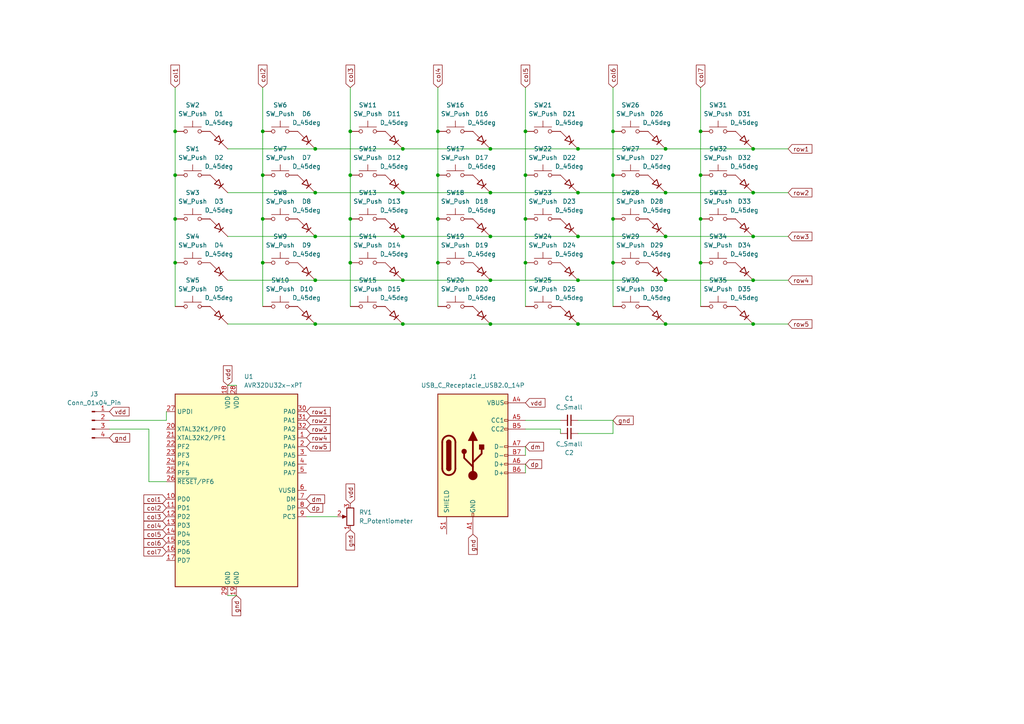
<source format=kicad_sch>
(kicad_sch (version 20231120) (generator "eeschema") (generator_version "8.0")
  (paper "A4")
  (lib_symbols
    (symbol "Connector:Conn_01x04_Pin" (pin_names (offset 1.016) hide)
      (property "Reference" "J" (at 0 5.08 0))
      (property "Value" "Conn_01x04_Pin" (at 0 -7.62 0))
      (symbol "Conn_01x04_Pin_1_1"
        (polyline (pts (xy 1.27 -5.08) (xy 0.8636 -5.08)) (stroke (width 0.1524)))
        (polyline (pts (xy 1.27 -2.54) (xy 0.8636 -2.54)) (stroke (width 0.1524)))
        (polyline (pts (xy 1.27 0) (xy 0.8636 0)) (stroke (width 0.1524)))
        (polyline (pts (xy 1.27 2.54) (xy 0.8636 2.54)) (stroke (width 0.1524)))
        (rectangle (start 0.8636 -4.953) (end 0 -5.207) (stroke (width 0.1524)) (fill (type outline)))
        (rectangle (start 0.8636 -2.413) (end 0 -2.667) (stroke (width 0.1524)) (fill (type outline)))
        (rectangle (start 0.8636 0.127) (end 0 -0.127) (stroke (width 0.1524)) (fill (type outline)))
        (rectangle (start 0.8636 2.667) (end 0 2.413) (stroke (width 0.1524)) (fill (type outline)))
        (pin passive line (at 5.08 2.54 180) (length 3.81) (name "Pin_1") (number "1"))
        (pin passive line (at 5.08 0 180) (length 3.81) (name "Pin_2") (number "2"))
        (pin passive line (at 5.08 -2.54 180) (length 3.81) (name "Pin_3") (number "3"))
        (pin passive line (at 5.08 -5.08 180) (length 3.81) (name "Pin_4") (number "4"))
      )
    )
    (symbol "Connector:USB_C_Receptacle_USB2.0_14P" (pin_names (offset 1.016))
      (property "Reference" "J" (at 0 22.225 0))
      (property "Value" "USB_C_Receptacle_USB2.0_14P" (at 0 19.685 0))
      (symbol "USB_C_Receptacle_USB2.0_14P_0_0"
        (rectangle (start -0.254 -17.78) (end 0.254 -16.764))
        (rectangle (start 10.16 -4.826) (end 9.144 -5.334))
        (rectangle (start 10.16 -2.286) (end 9.144 -2.794))
        (rectangle (start 10.16 0.254) (end 9.144 -0.254))
        (rectangle (start 10.16 2.794) (end 9.144 2.286))
        (rectangle (start 10.16 7.874) (end 9.144 7.366))
        (rectangle (start 10.16 10.414) (end 9.144 9.906))
        (rectangle (start 10.16 15.494) (end 9.144 14.986))
      )
      (symbol "USB_C_Receptacle_USB2.0_14P_0_1"
        (rectangle (start -10.16 17.78) (end 10.16 -17.78) (stroke (width 0.254)) (fill (type background)))
        (arc (start -8.89 -3.81) (mid -6.985 -5.7067) (end -5.08 -3.81) (stroke (width 0.508)))
        (arc (start -7.62 -3.81) (mid -6.985 -4.4423) (end -6.35 -3.81) (stroke (width 0.254)))
        (arc (start -7.62 -3.81) (mid -6.985 -4.4423) (end -6.35 -3.81) (stroke (width 0.254)) (fill (type outline)))
        (rectangle (start -7.62 -3.81) (end -6.35 3.81) (stroke (width 0.254)) (fill (type outline)))
        (arc (start -6.35 3.81) (mid -6.985 4.4423) (end -7.62 3.81) (stroke (width 0.254)))
        (arc (start -6.35 3.81) (mid -6.985 4.4423) (end -7.62 3.81) (stroke (width 0.254)) (fill (type outline)))
        (arc (start -5.08 3.81) (mid -6.985 5.7067) (end -8.89 3.81) (stroke (width 0.508)))
        (circle (center -2.54 1.143) (radius 0.635) (stroke (width 0.254)) (fill (type outline)))
        (circle (center 0 -5.842) (radius 1.27) (fill (type outline)))
        (polyline (pts (xy -8.89 -3.81) (xy -8.89 3.81)) (stroke (width 0.508)))
        (polyline (pts (xy -5.08 3.81) (xy -5.08 -3.81)) (stroke (width 0.508)))
        (polyline (pts (xy 0 -5.842) (xy 0 4.318)) (stroke (width 0.508)))
        (polyline (pts (xy 0 -3.302) (xy -2.54 -0.762) (xy -2.54 0.508)) (stroke (width 0.508)))
        (polyline (pts (xy 0 -2.032) (xy 2.54 0.508) (xy 2.54 1.778)) (stroke (width 0.508)))
        (polyline (pts (xy -1.27 4.318) (xy 0 6.858) (xy 1.27 4.318) (xy -1.27 4.318)) (stroke (width 0.254)) (fill (type outline)))
        (rectangle (start 1.905 1.778) (end 3.175 3.048) (stroke (width 0.254)) (fill (type outline)))
      )
      (symbol "USB_C_Receptacle_USB2.0_14P_1_1"
        (pin passive line (at 0 -22.86 90) (length 5.08) (name "GND") (number "A1"))
        (pin passive line (at 0 -22.86 90) (length 5.08) hide (name "GND") (number "A12"))
        (pin passive line (at 15.24 15.24 180) (length 5.08) (name "VBUS") (number "A4"))
        (pin bidirectional line (at 15.24 10.16 180) (length 5.08) (name "CC1") (number "A5"))
        (pin bidirectional line (at 15.24 -2.54 180) (length 5.08) (name "D+") (number "A6"))
        (pin bidirectional line (at 15.24 2.54 180) (length 5.08) (name "D-") (number "A7"))
        (pin passive line (at 15.24 15.24 180) (length 5.08) hide (name "VBUS") (number "A9"))
        (pin passive line (at 0 -22.86 90) (length 5.08) hide (name "GND") (number "B1"))
        (pin passive line (at 0 -22.86 90) (length 5.08) hide (name "GND") (number "B12"))
        (pin passive line (at 15.24 15.24 180) (length 5.08) hide (name "VBUS") (number "B4"))
        (pin bidirectional line (at 15.24 7.62 180) (length 5.08) (name "CC2") (number "B5"))
        (pin bidirectional line (at 15.24 -5.08 180) (length 5.08) (name "D+") (number "B6"))
        (pin bidirectional line (at 15.24 0 180) (length 5.08) (name "D-") (number "B7"))
        (pin passive line (at 15.24 15.24 180) (length 5.08) hide (name "VBUS") (number "B9"))
        (pin passive line (at -7.62 -22.86 90) (length 5.08) (name "SHIELD") (number "S1"))
      )
    )
    (symbol "Device:C_Small" (pin_numbers hide) (pin_names (offset 0.254) hide)
      (property "Reference" "C" (at 0.254 1.778 0))
      (property "Value" "C_Small" (at 0.254 -2.032 0))
      (symbol "C_Small_0_1"
        (polyline (pts (xy -1.524 -0.508) (xy 1.524 -0.508)) (stroke (width 0.3302)))
        (polyline (pts (xy -1.524 0.508) (xy 1.524 0.508)) (stroke (width 0.3048)))
      )
      (symbol "C_Small_1_1"
        (pin passive line (at 0 2.54 270) (length 2.032) (name "~") (number "1"))
        (pin passive line (at 0 -2.54 90) (length 2.032) (name "~") (number "2"))
      )
    )
    (symbol "Device:D_45deg" (pin_numbers hide) (pin_names (offset 0) hide)
      (property "Reference" "D" (at 1.27 2.54 0))
      (property "Value" "D_45deg" (at 1.27 0 0))
      (symbol "D_45deg_0_1"
        (polyline (pts (xy -0.635 0.635) (xy -2.54 2.54)))
        (polyline (pts (xy 0 -1.27) (xy 1.27 0)) (stroke (width 0.254)))
        (polyline (pts (xy 2.54 -2.54) (xy 0.635 -0.635)))
        (polyline (pts (xy -1.27 0) (xy 0 1.27) (xy 0.635 -0.635) (xy -1.27 0)) (stroke (width 0.254)))
      )
      (symbol "D_45deg_1_1"
        (pin passive line (at 2.54 -2.54 180) (length 0) (name "K") (number "1"))
        (pin passive line (at -2.54 2.54 0) (length 0) (name "A") (number "2"))
      )
    )
    (symbol "Device:R_Potentiometer" (pin_names (offset 1.016) hide)
      (property "Reference" "RV" (at -4.445 0 90))
      (property "Value" "R_Potentiometer" (at -2.54 0 90))
      (symbol "R_Potentiometer_0_1"
        (polyline (pts (xy 2.54 0) (xy 1.524 0)))
        (polyline (pts (xy 1.143 0) (xy 2.286 0.508) (xy 2.286 -0.508) (xy 1.143 0)) (fill (type outline)))
        (rectangle (start 1.016 2.54) (end -1.016 -2.54) (stroke (width 0.254)))
      )
      (symbol "R_Potentiometer_1_1"
        (pin passive line (at 0 3.81 270) (length 1.27) (name "1") (number "1"))
        (pin passive line (at 3.81 0 180) (length 1.27) (name "2") (number "2"))
        (pin passive line (at 0 -3.81 90) (length 1.27) (name "3") (number "3"))
      )
    )
    (symbol "MCU_Microchip_AVR_Dx:AVR32DA32x-xPT"
      (property "Reference" "U1" (at 2.1941 -30.48 0))
      (property "Value" "AVR32DA32x-xPT" (at 2.1941 -33.02 0))
      (symbol "AVR32DA32x-xPT_0_1"
        (rectangle (start -17.78 27.94) (end 17.78 -27.94) (stroke (width 0.254)) (fill (type background)))
      )
      (symbol "AVR32DA32x-xPT_1_1"
        (pin bidirectional line (at 20.32 15.24 180) (length 2.54) (name "PA3") (number "1"))
        (pin bidirectional line (at -20.32 -2.54 0) (length 2.54) (name "PD0") (number "10"))
        (pin bidirectional line (at -20.32 -5.08 0) (length 2.54) (name "PD1") (number "11"))
        (pin bidirectional line (at -20.32 -7.62 0) (length 2.54) (name "PD2") (number "12"))
        (pin bidirectional line (at -20.32 -10.16 0) (length 2.54) (name "PD3") (number "13"))
        (pin bidirectional line (at -20.32 -12.7 0) (length 2.54) (name "PD4") (number "14"))
        (pin bidirectional line (at -20.32 -15.24 0) (length 2.54) (name "PD5") (number "15"))
        (pin bidirectional line (at -20.32 -17.78 0) (length 2.54) (name "PD6") (number "16"))
        (pin bidirectional line (at -20.32 -20.32 0) (length 2.54) (name "PD7") (number "17"))
        (pin power_in line (at -2.54 30.48 270) (length 2.54) (name "VDD") (number "18"))
        (pin power_in line (at 0 -30.48 90) (length 2.54) (name "GND") (number "19"))
        (pin bidirectional line (at 20.32 12.7 180) (length 2.54) (name "PA4") (number "2"))
        (pin bidirectional line (at -20.32 17.78 0) (length 2.54) (name "XTAL32K1/PF0") (number "20"))
        (pin bidirectional line (at -20.32 15.24 0) (length 2.54) (name "XTAL32K2/PF1") (number "21"))
        (pin bidirectional line (at -20.32 12.7 0) (length 2.54) (name "PF2") (number "22"))
        (pin bidirectional line (at -20.32 10.16 0) (length 2.54) (name "PF3") (number "23"))
        (pin bidirectional line (at -20.32 7.62 0) (length 2.54) (name "PF4") (number "24"))
        (pin bidirectional line (at -20.32 5.08 0) (length 2.54) (name "PF5") (number "25"))
        (pin bidirectional line (at -20.32 2.54 0) (length 2.54) (name "~{RESET}/PF6") (number "26"))
        (pin input line (at -20.32 22.86 0) (length 2.54) (name "UPDI") (number "27"))
        (pin power_in line (at 0 30.48 270) (length 2.54) (name "VDD") (number "28"))
        (pin power_in line (at -2.54 -30.48 90) (length 2.54) (name "GND") (number "29"))
        (pin passive line (at 0 -30.48 90) (length 2.54) hide (name "GND") (number "29"))
        (pin bidirectional line (at 20.32 10.16 180) (length 2.54) (name "PA5") (number "3"))
        (pin bidirectional line (at 20.32 22.86 180) (length 2.54) (name "PA0") (number "30"))
        (pin bidirectional line (at 20.32 20.32 180) (length 2.54) (name "PA1") (number "31"))
        (pin bidirectional line (at 20.32 17.78 180) (length 2.54) (name "PA2") (number "32"))
        (pin bidirectional line (at 20.32 7.62 180) (length 2.54) (name "PA6") (number "4"))
        (pin bidirectional line (at 20.32 5.08 180) (length 2.54) (name "PA7") (number "5"))
        (pin bidirectional line (at 20.32 0 180) (length 2.54) (name "VUSB") (number "6"))
        (pin bidirectional line (at 20.32 -2.54 180) (length 2.54) (name "DM") (number "7"))
        (pin bidirectional line (at 20.32 -5.08 180) (length 2.54) (name "DP") (number "8"))
        (pin bidirectional line (at 20.32 -7.62 180) (length 2.54) (name "PC3") (number "9"))
      )
    )
    (symbol "Switch:SW_Push" (pin_numbers hide) (pin_names (offset 1.016) hide)
      (property "Reference" "SW" (at 1.27 2.54 0))
      (property "Value" "SW_Push" (at 0 -1.524 0))
      (symbol "SW_Push_0_1"
        (circle (center -2.032 0) (radius 0.508))
        (polyline (pts (xy 0 1.27) (xy 0 3.048)))
        (polyline (pts (xy 2.54 1.27) (xy -2.54 1.27)))
        (circle (center 2.032 0) (radius 0.508))
        (pin passive line (at -5.08 0 0) (length 2.54) (name "1") (number "1"))
        (pin passive line (at 5.08 0 180) (length 2.54) (name "2") (number "2"))
      )
    )
  )
  (junction (at 203.2 76.2))
  (junction (at 127 38.1))
  (junction (at 218.44 93.98))
  (junction (at 167.64 93.98))
  (junction (at 127 76.2))
  (junction (at 76.2 76.2))
  (junction (at 101.6 38.1))
  (junction (at 116.84 43.18))
  (junction (at 152.4 50.8))
  (junction (at 116.84 55.88))
  (junction (at 218.44 68.58))
  (junction (at 76.2 50.8))
  (junction (at 177.8 63.5))
  (junction (at 116.84 93.98))
  (junction (at 127 63.5))
  (junction (at 177.8 50.8))
  (junction (at 50.8 50.8))
  (junction (at 218.44 81.28))
  (junction (at 116.84 68.58))
  (junction (at 152.4 76.2))
  (junction (at 167.64 55.88))
  (junction (at 152.4 38.1))
  (junction (at 218.44 55.88))
  (junction (at 203.2 63.5))
  (junction (at 193.04 93.98))
  (junction (at 177.8 76.2))
  (junction (at 203.2 50.8))
  (junction (at 167.64 68.58))
  (junction (at 91.44 81.28))
  (junction (at 203.2 38.1))
  (junction (at 50.8 38.1))
  (junction (at 76.2 38.1))
  (junction (at 101.6 76.2))
  (junction (at 127 50.8))
  (junction (at 91.44 55.88))
  (junction (at 91.44 68.58))
  (junction (at 193.04 43.18))
  (junction (at 193.04 68.58))
  (junction (at 101.6 63.5))
  (junction (at 142.24 93.98))
  (junction (at 193.04 55.88))
  (junction (at 142.24 68.58))
  (junction (at 218.44 43.18))
  (junction (at 167.64 81.28))
  (junction (at 177.8 38.1))
  (junction (at 76.2 63.5))
  (junction (at 101.6 50.8))
  (junction (at 91.44 93.98))
  (junction (at 142.24 81.28))
  (junction (at 91.44 43.18))
  (junction (at 50.8 63.5))
  (junction (at 116.84 81.28))
  (junction (at 142.24 55.88))
  (junction (at 50.8 76.2))
  (junction (at 193.04 81.28))
  (junction (at 167.64 43.18))
  (junction (at 152.4 63.5))
  (junction (at 142.24 43.18))
  (wire (pts (xy 218.44 81.28) (xy 228.6 81.28)))
  (wire (pts (xy 66.04 55.88) (xy 91.44 55.88)))
  (wire (pts (xy 116.84 93.98) (xy 142.24 93.98)))
  (wire (pts (xy 127 50.8) (xy 127 63.5)))
  (wire (pts (xy 50.8 76.2) (xy 50.8 88.9)))
  (wire (pts (xy 127 38.1) (xy 127 50.8)))
  (wire (pts (xy 142.24 43.18) (xy 167.64 43.18)))
  (wire (pts (xy 203.2 50.8) (xy 203.2 63.5)))
  (wire (pts (xy 193.04 81.28) (xy 218.44 81.28)))
  (wire (pts (xy 127 25.4) (xy 127 38.1)))
  (wire (pts (xy 142.24 93.98) (xy 167.64 93.98)))
  (wire (pts (xy 48.26 139.7) (xy 43.18 139.7)))
  (wire (pts (xy 101.6 63.5) (xy 101.6 76.2)))
  (wire (pts (xy 116.84 81.28) (xy 142.24 81.28)))
  (wire (pts (xy 48.26 121.92) (xy 31.75 121.92)))
  (wire (pts (xy 48.26 119.38) (xy 48.26 121.92)))
  (wire (pts (xy 152.4 50.8) (xy 152.4 63.5)))
  (wire (pts (xy 177.8 76.2) (xy 177.8 88.9)))
  (wire (pts (xy 177.8 38.1) (xy 177.8 50.8)))
  (wire (pts (xy 203.2 38.1) (xy 203.2 50.8)))
  (wire (pts (xy 116.84 55.88) (xy 142.24 55.88)))
  (wire (pts (xy 193.04 55.88) (xy 218.44 55.88)))
  (wire (pts (xy 203.2 76.2) (xy 203.2 88.9)))
  (wire (pts (xy 167.64 55.88) (xy 193.04 55.88)))
  (wire (pts (xy 152.4 121.92) (xy 162.56 121.92)))
  (wire (pts (xy 66.04 43.18) (xy 91.44 43.18)))
  (wire (pts (xy 50.8 50.8) (xy 50.8 63.5)))
  (wire (pts (xy 101.6 76.2) (xy 101.6 88.9)))
  (wire (pts (xy 167.64 93.98) (xy 193.04 93.98)))
  (wire (pts (xy 91.44 68.58) (xy 116.84 68.58)))
  (wire (pts (xy 142.24 68.58) (xy 167.64 68.58)))
  (wire (pts (xy 218.44 93.98) (xy 228.6 93.98)))
  (wire (pts (xy 203.2 25.4) (xy 203.2 38.1)))
  (wire (pts (xy 167.64 81.28) (xy 193.04 81.28)))
  (wire (pts (xy 177.8 63.5) (xy 177.8 76.2)))
  (wire (pts (xy 177.8 121.92) (xy 177.8 125.73)))
  (wire (pts (xy 152.4 76.2) (xy 152.4 88.9)))
  (wire (pts (xy 167.64 43.18) (xy 193.04 43.18)))
  (wire (pts (xy 50.8 38.1) (xy 50.8 50.8)))
  (wire (pts (xy 91.44 93.98) (xy 116.84 93.98)))
  (wire (pts (xy 127 76.2) (xy 127 88.9)))
  (wire (pts (xy 91.44 55.88) (xy 116.84 55.88)))
  (wire (pts (xy 66.04 68.58) (xy 91.44 68.58)))
  (wire (pts (xy 203.2 63.5) (xy 203.2 76.2)))
  (wire (pts (xy 193.04 68.58) (xy 218.44 68.58)))
  (wire (pts (xy 116.84 68.58) (xy 142.24 68.58)))
  (wire (pts (xy 152.4 25.4) (xy 152.4 38.1)))
  (wire (pts (xy 193.04 93.98) (xy 218.44 93.98)))
  (wire (pts (xy 50.8 63.5) (xy 50.8 76.2)))
  (wire (pts (xy 91.44 43.18) (xy 116.84 43.18)))
  (wire (pts (xy 177.8 25.4) (xy 177.8 38.1)))
  (wire (pts (xy 218.44 55.88) (xy 228.6 55.88)))
  (wire (pts (xy 101.6 25.4) (xy 101.6 38.1)))
  (wire (pts (xy 193.04 43.18) (xy 218.44 43.18)))
  (wire (pts (xy 162.56 124.46) (xy 162.56 125.73)))
  (wire (pts (xy 88.9 149.86) (xy 97.79 149.86)))
  (wire (pts (xy 218.44 43.18) (xy 228.6 43.18)))
  (wire (pts (xy 91.44 81.28) (xy 116.84 81.28)))
  (wire (pts (xy 142.24 81.28) (xy 167.64 81.28)))
  (wire (pts (xy 101.6 38.1) (xy 101.6 50.8)))
  (wire (pts (xy 152.4 38.1) (xy 152.4 50.8)))
  (wire (pts (xy 152.4 63.5) (xy 152.4 76.2)))
  (wire (pts (xy 66.04 111.76) (xy 68.58 111.76)))
  (wire (pts (xy 101.6 50.8) (xy 101.6 63.5)))
  (wire (pts (xy 218.44 68.58) (xy 228.6 68.58)))
  (wire (pts (xy 76.2 63.5) (xy 76.2 76.2)))
  (wire (pts (xy 43.18 124.46) (xy 31.75 124.46)))
  (wire (pts (xy 76.2 25.4) (xy 76.2 38.1)))
  (wire (pts (xy 152.4 134.62) (xy 152.4 137.16)))
  (wire (pts (xy 76.2 38.1) (xy 76.2 50.8)))
  (wire (pts (xy 43.18 139.7) (xy 43.18 124.46)))
  (wire (pts (xy 50.8 25.4) (xy 50.8 38.1)))
  (wire (pts (xy 167.64 121.92) (xy 177.8 121.92)))
  (wire (pts (xy 66.04 172.72) (xy 68.58 172.72)))
  (wire (pts (xy 76.2 50.8) (xy 76.2 63.5)))
  (wire (pts (xy 152.4 129.54) (xy 152.4 132.08)))
  (wire (pts (xy 142.24 55.88) (xy 167.64 55.88)))
  (wire (pts (xy 152.4 124.46) (xy 162.56 124.46)))
  (wire (pts (xy 127 63.5) (xy 127 76.2)))
  (wire (pts (xy 66.04 93.98) (xy 91.44 93.98)))
  (wire (pts (xy 76.2 76.2) (xy 76.2 88.9)))
  (wire (pts (xy 167.64 68.58) (xy 193.04 68.58)))
  (wire (pts (xy 177.8 50.8) (xy 177.8 63.5)))
  (wire (pts (xy 66.04 81.28) (xy 91.44 81.28)))
  (wire (pts (xy 116.84 43.18) (xy 142.24 43.18)))
  (wire (pts (xy 167.64 125.73) (xy 177.8 125.73)))
  (global_label "col1" (shape input) (at 48.26 144.78 180) (property "Intersheetrefs" "${INTERSHEET_REFS}" (effects (hide yes))))
  (global_label "row4" (shape input) (at 88.9 127 0) (property "Intersheetrefs" "${INTERSHEET_REFS}" (effects (hide yes))))
  (global_label "vdd" (shape input) (at 152.4 116.84 0) (property "Intersheetrefs" "${INTERSHEET_REFS}" (effects (hide yes))))
  (global_label "col7" (shape input) (at 48.26 160.02 180) (property "Intersheetrefs" "${INTERSHEET_REFS}" (effects (hide yes))))
  (global_label "col4" (shape input) (at 127 25.4 90) (property "Intersheetrefs" "${INTERSHEET_REFS}" (effects (hide yes))))
  (global_label "col4" (shape input) (at 48.26 152.4 180) (property "Intersheetrefs" "${INTERSHEET_REFS}" (effects (hide yes))))
  (global_label "row5" (shape input) (at 88.9 129.54 0) (property "Intersheetrefs" "${INTERSHEET_REFS}" (effects (hide yes))))
  (global_label "row2" (shape input) (at 228.6 55.88 0) (property "Intersheetrefs" "${INTERSHEET_REFS}" (effects (hide yes))))
  (global_label "col5" (shape input) (at 152.4 25.4 90) (property "Intersheetrefs" "${INTERSHEET_REFS}" (effects (hide yes))))
  (global_label "row4" (shape input) (at 228.6 81.28 0) (property "Intersheetrefs" "${INTERSHEET_REFS}" (effects (hide yes))))
  (global_label "col2" (shape input) (at 76.2 25.4 90) (property "Intersheetrefs" "${INTERSHEET_REFS}" (effects (hide yes))))
  (global_label "dp" (shape input) (at 88.9 147.32 0) (property "Intersheetrefs" "${INTERSHEET_REFS}" (effects (hide yes))))
  (global_label "gnd" (shape input) (at 177.8 121.92 0) (property "Intersheetrefs" "${INTERSHEET_REFS}" (effects (hide yes))))
  (global_label "dp" (shape input) (at 152.4 134.62 0) (property "Intersheetrefs" "${INTERSHEET_REFS}" (effects (hide yes))))
  (global_label "vdd" (shape input) (at 31.75 119.38 0) (property "Intersheetrefs" "${INTERSHEET_REFS}" (effects (hide yes))))
  (global_label "col1" (shape input) (at 50.8 25.4 90) (property "Intersheetrefs" "${INTERSHEET_REFS}" (effects (hide yes))))
  (global_label "dm" (shape input) (at 152.4 129.54 0) (property "Intersheetrefs" "${INTERSHEET_REFS}" (effects (hide yes))))
  (global_label "row3" (shape input) (at 228.6 68.58 0) (property "Intersheetrefs" "${INTERSHEET_REFS}" (effects (hide yes))))
  (global_label "col6" (shape input) (at 177.8 25.4 90) (property "Intersheetrefs" "${INTERSHEET_REFS}" (effects (hide yes))))
  (global_label "gnd" (shape input) (at 31.75 127 0) (property "Intersheetrefs" "${INTERSHEET_REFS}" (effects (hide yes))))
  (global_label "row1" (shape input) (at 88.9 119.38 0) (property "Intersheetrefs" "${INTERSHEET_REFS}" (effects (hide yes))))
  (global_label "row3" (shape input) (at 88.9 124.46 0) (property "Intersheetrefs" "${INTERSHEET_REFS}" (effects (hide yes))))
  (global_label "col3" (shape input) (at 101.6 25.4 90) (property "Intersheetrefs" "${INTERSHEET_REFS}" (effects (hide yes))))
  (global_label "col2" (shape input) (at 48.26 147.32 180) (property "Intersheetrefs" "${INTERSHEET_REFS}" (effects (hide yes))))
  (global_label "gnd" (shape input) (at 101.6 153.67 270) (property "Intersheetrefs" "${INTERSHEET_REFS}" (effects (hide yes))))
  (global_label "row5" (shape input) (at 228.6 93.98 0) (property "Intersheetrefs" "${INTERSHEET_REFS}" (effects (hide yes))))
  (global_label "col7" (shape input) (at 203.2 25.4 90) (property "Intersheetrefs" "${INTERSHEET_REFS}" (effects (hide yes))))
  (global_label "vdd" (shape input) (at 101.6 146.05 90) (property "Intersheetrefs" "${INTERSHEET_REFS}" (effects (hide yes))))
  (global_label "row1" (shape input) (at 228.6 43.18 0) (property "Intersheetrefs" "${INTERSHEET_REFS}" (effects (hide yes))))
  (global_label "col3" (shape input) (at 48.26 149.86 180) (property "Intersheetrefs" "${INTERSHEET_REFS}" (effects (hide yes))))
  (global_label "col5" (shape input) (at 48.26 154.94 180) (property "Intersheetrefs" "${INTERSHEET_REFS}" (effects (hide yes))))
  (global_label "col6" (shape input) (at 48.26 157.48 180) (property "Intersheetrefs" "${INTERSHEET_REFS}" (effects (hide yes))))
  (global_label "row2" (shape input) (at 88.9 121.92 0) (property "Intersheetrefs" "${INTERSHEET_REFS}" (effects (hide yes))))
  (global_label "gnd" (shape input) (at 68.58 172.72 270) (property "Intersheetrefs" "${INTERSHEET_REFS}" (effects (hide yes))))
  (global_label "gnd" (shape input) (at 137.16 154.94 270) (property "Intersheetrefs" "${INTERSHEET_REFS}" (effects (hide yes))))
  (global_label "vdd" (shape input) (at 66.04 111.76 90) (property "Intersheetrefs" "${INTERSHEET_REFS}" (effects (hide yes))))
  (global_label "dm" (shape input) (at 88.9 144.78 0) (property "Intersheetrefs" "${INTERSHEET_REFS}" (effects (hide yes))))
  (symbol (lib_id "Switch:SW_Push") (at 132.08 38.1 0) (unit 1)
    (property "Reference" "SW16" (at 132.08 30.48 0))
    (property "Value" "SW_Push" (at 132.08 33.02 0))
    (property "Footprint" "Button_Switch_Keyboard:SW_Cherry_MX_1.00u_PCB" (effects (hide yes)))
    (property "Description" "Push button switch, generic, two pins" (effects (hide yes)))
  )
  (symbol (lib_id "Device:D_45deg") (at 165.1 78.74 0) (unit 1)
    (property "Reference" "D24" (at 165.1 71.12 0))
    (property "Value" "D_45deg" (at 165.1 73.66 0))
    (property "Footprint" "Diode_SMD:D_SMB" (effects (hide yes)))
    (property "Description" "Diode, rotated by 45°" (effects (hide yes)))
    (property "Sim.Device" "D" (effects (hide yes)))
    (property "Sim.Pins" "1=K 2=A" (effects (hide yes)))
  )
  (symbol (lib_id "Switch:SW_Push") (at 132.08 63.5 0) (unit 1)
    (property "Reference" "SW18" (at 132.08 55.88 0))
    (property "Value" "SW_Push" (at 132.08 58.42 0))
    (property "Footprint" "Button_Switch_Keyboard:SW_Cherry_MX_1.00u_PCB" (effects (hide yes)))
    (property "Description" "Push button switch, generic, two pins" (effects (hide yes)))
  )
  (symbol (lib_id "Device:D_45deg") (at 88.9 53.34 0) (unit 1)
    (property "Reference" "D7" (at 88.9 45.72 0))
    (property "Value" "D_45deg" (at 88.9 48.26 0))
    (property "Footprint" "Diode_SMD:D_SMB" (effects (hide yes)))
    (property "Description" "Diode, rotated by 45°" (effects (hide yes)))
    (property "Sim.Device" "D" (effects (hide yes)))
    (property "Sim.Pins" "1=K 2=A" (effects (hide yes)))
  )
  (symbol (lib_id "Device:D_45deg") (at 63.5 53.34 0) (unit 1)
    (property "Reference" "D2" (at 63.5 45.72 0))
    (property "Value" "D_45deg" (at 63.5 48.26 0))
    (property "Footprint" "Diode_SMD:D_SMB" (effects (hide yes)))
    (property "Description" "Diode, rotated by 45°" (effects (hide yes)))
    (property "Sim.Device" "D" (effects (hide yes)))
    (property "Sim.Pins" "1=K 2=A" (effects (hide yes)))
  )
  (symbol (lib_id "Device:D_45deg") (at 165.1 40.64 0) (unit 1)
    (property "Reference" "D21" (at 165.1 33.02 0))
    (property "Value" "D_45deg" (at 165.1 35.56 0))
    (property "Footprint" "Diode_SMD:D_SMB" (effects (hide yes)))
    (property "Description" "Diode, rotated by 45°" (effects (hide yes)))
    (property "Sim.Device" "D" (effects (hide yes)))
    (property "Sim.Pins" "1=K 2=A" (effects (hide yes)))
  )
  (symbol (lib_id "Device:D_45deg") (at 190.5 78.74 0) (unit 1)
    (property "Reference" "D29" (at 190.5 71.12 0))
    (property "Value" "D_45deg" (at 190.5 73.66 0))
    (property "Footprint" "Diode_SMD:D_SMB" (effects (hide yes)))
    (property "Description" "Diode, rotated by 45°" (effects (hide yes)))
    (property "Sim.Device" "D" (effects (hide yes)))
    (property "Sim.Pins" "1=K 2=A" (effects (hide yes)))
  )
  (symbol (lib_id "Switch:SW_Push") (at 182.88 50.8 0) (unit 1)
    (property "Reference" "SW27" (at 182.88 43.18 0))
    (property "Value" "SW_Push" (at 182.88 45.72 0))
    (property "Footprint" "Button_Switch_Keyboard:SW_Cherry_MX_1.00u_PCB" (effects (hide yes)))
    (property "Description" "Push button switch, generic, two pins" (effects (hide yes)))
  )
  (symbol (lib_id "Switch:SW_Push") (at 208.28 88.9 0) (unit 1)
    (property "Reference" "SW35" (at 208.28 81.28 0))
    (property "Value" "SW_Push" (at 208.28 83.82 0))
    (property "Footprint" "Button_Switch_Keyboard:SW_Cherry_MX_1.00u_PCB" (effects (hide yes)))
    (property "Description" "Push button switch, generic, two pins" (effects (hide yes)))
  )
  (symbol (lib_id "Device:D_45deg") (at 190.5 91.44 0) (unit 1)
    (property "Reference" "D30" (at 190.5 83.82 0))
    (property "Value" "D_45deg" (at 190.5 86.36 0))
    (property "Footprint" "Diode_SMD:D_SMB" (effects (hide yes)))
    (property "Description" "Diode, rotated by 45°" (effects (hide yes)))
    (property "Sim.Device" "D" (effects (hide yes)))
    (property "Sim.Pins" "1=K 2=A" (effects (hide yes)))
  )
  (symbol (lib_id "Switch:SW_Push") (at 208.28 76.2 0) (unit 1)
    (property "Reference" "SW34" (at 208.28 68.58 0))
    (property "Value" "SW_Push" (at 208.28 71.12 0))
    (property "Footprint" "Button_Switch_Keyboard:SW_Cherry_MX_1.00u_PCB" (effects (hide yes)))
    (property "Description" "Push button switch, generic, two pins" (effects (hide yes)))
  )
  (symbol (lib_id "Switch:SW_Push") (at 81.28 50.8 0) (unit 1)
    (property "Reference" "SW7" (at 81.28 43.18 0))
    (property "Value" "SW_Push" (at 81.28 45.72 0))
    (property "Footprint" "Button_Switch_Keyboard:SW_Cherry_MX_1.00u_PCB" (effects (hide yes)))
    (property "Description" "Push button switch, generic, two pins" (effects (hide yes)))
  )
  (symbol (lib_id "Switch:SW_Push") (at 157.48 38.1 0) (unit 1)
    (property "Reference" "SW21" (at 157.48 30.48 0))
    (property "Value" "SW_Push" (at 157.48 33.02 0))
    (property "Footprint" "Button_Switch_Keyboard:SW_Cherry_MX_1.00u_PCB" (effects (hide yes)))
    (property "Description" "Push button switch, generic, two pins" (effects (hide yes)))
  )
  (symbol (lib_id "Device:D_45deg") (at 139.7 53.34 0) (unit 1)
    (property "Reference" "D17" (at 139.7 45.72 0))
    (property "Value" "D_45deg" (at 139.7 48.26 0))
    (property "Footprint" "Diode_SMD:D_SMB" (effects (hide yes)))
    (property "Description" "Diode, rotated by 45°" (effects (hide yes)))
    (property "Sim.Device" "D" (effects (hide yes)))
    (property "Sim.Pins" "1=K 2=A" (effects (hide yes)))
  )
  (symbol (lib_id "Device:D_45deg") (at 63.5 40.64 0) (unit 1)
    (property "Reference" "D1" (at 63.5 33.02 0))
    (property "Value" "D_45deg" (at 63.5 35.56 0))
    (property "Footprint" "Diode_SMD:D_SMB" (effects (hide yes)))
    (property "Description" "Diode, rotated by 45°" (effects (hide yes)))
    (property "Sim.Device" "D" (effects (hide yes)))
    (property "Sim.Pins" "1=K 2=A" (effects (hide yes)))
  )
  (symbol (lib_id "Device:D_45deg") (at 190.5 53.34 0) (unit 1)
    (property "Reference" "D27" (at 190.5 45.72 0))
    (property "Value" "D_45deg" (at 190.5 48.26 0))
    (property "Footprint" "Diode_SMD:D_SMB" (effects (hide yes)))
    (property "Description" "Diode, rotated by 45°" (effects (hide yes)))
    (property "Sim.Device" "D" (effects (hide yes)))
    (property "Sim.Pins" "1=K 2=A" (effects (hide yes)))
  )
  (symbol (lib_id "Device:D_45deg") (at 63.5 78.74 0) (unit 1)
    (property "Reference" "D4" (at 63.5 71.12 0))
    (property "Value" "D_45deg" (at 63.5 73.66 0))
    (property "Footprint" "Diode_SMD:D_SMB" (effects (hide yes)))
    (property "Description" "Diode, rotated by 45°" (effects (hide yes)))
    (property "Sim.Device" "D" (effects (hide yes)))
    (property "Sim.Pins" "1=K 2=A" (effects (hide yes)))
  )
  (symbol (lib_id "Switch:SW_Push") (at 81.28 76.2 0) (unit 1)
    (property "Reference" "SW9" (at 81.28 68.58 0))
    (property "Value" "SW_Push" (at 81.28 71.12 0))
    (property "Footprint" "Button_Switch_Keyboard:SW_Cherry_MX_1.00u_PCB" (effects (hide yes)))
    (property "Description" "Push button switch, generic, two pins" (effects (hide yes)))
  )
  (symbol (lib_id "Switch:SW_Push") (at 208.28 38.1 0) (unit 1)
    (property "Reference" "SW31" (at 208.28 30.48 0))
    (property "Value" "SW_Push" (at 208.28 33.02 0))
    (property "Footprint" "Button_Switch_Keyboard:SW_Cherry_MX_1.00u_PCB" (effects (hide yes)))
    (property "Description" "Push button switch, generic, two pins" (effects (hide yes)))
  )
  (symbol (lib_id "Switch:SW_Push") (at 55.88 88.9 0) (unit 1)
    (property "Reference" "SW5" (at 55.88 81.28 0))
    (property "Value" "SW_Push" (at 55.88 83.82 0))
    (property "Footprint" "Button_Switch_Keyboard:SW_Cherry_MX_1.00u_PCB" (effects (hide yes)))
    (property "Description" "Push button switch, generic, two pins" (effects (hide yes)))
  )
  (symbol (lib_id "Switch:SW_Push") (at 182.88 63.5 0) (unit 1)
    (property "Reference" "SW28" (at 182.88 55.88 0))
    (property "Value" "SW_Push" (at 182.88 58.42 0))
    (property "Footprint" "Button_Switch_Keyboard:SW_Cherry_MX_1.00u_PCB" (effects (hide yes)))
    (property "Description" "Push button switch, generic, two pins" (effects (hide yes)))
  )
  (symbol (lib_id "Switch:SW_Push") (at 106.68 88.9 0) (unit 1)
    (property "Reference" "SW15" (at 106.68 81.28 0))
    (property "Value" "SW_Push" (at 106.68 83.82 0))
    (property "Footprint" "Button_Switch_Keyboard:SW_Cherry_MX_1.00u_PCB" (effects (hide yes)))
    (property "Description" "Push button switch, generic, two pins" (effects (hide yes)))
  )
  (symbol (lib_id "Connector:Conn_01x04_Pin") (at 26.67 121.92 0) (unit 1)
    (property "Reference" "J3" (at 27.305 114.3 0))
    (property "Value" "Conn_01x04_Pin" (at 27.305 116.84 0))
    (property "Description" "Generic connector, single row, 01x04, script generated" (effects (hide yes)))
  )
  (symbol (lib_id "Switch:SW_Push") (at 208.28 50.8 0) (unit 1)
    (property "Reference" "SW32" (at 208.28 43.18 0))
    (property "Value" "SW_Push" (at 208.28 45.72 0))
    (property "Footprint" "Button_Switch_Keyboard:SW_Cherry_MX_1.00u_PCB" (effects (hide yes)))
    (property "Description" "Push button switch, generic, two pins" (effects (hide yes)))
  )
  (symbol (lib_id "Device:D_45deg") (at 215.9 40.64 0) (unit 1)
    (property "Reference" "D31" (at 215.9 33.02 0))
    (property "Value" "D_45deg" (at 215.9 35.56 0))
    (property "Footprint" "Diode_SMD:D_SMB" (effects (hide yes)))
    (property "Description" "Diode, rotated by 45°" (effects (hide yes)))
    (property "Sim.Device" "D" (effects (hide yes)))
    (property "Sim.Pins" "1=K 2=A" (effects (hide yes)))
  )
  (symbol (lib_id "Switch:SW_Push") (at 182.88 76.2 0) (unit 1)
    (property "Reference" "SW29" (at 182.88 68.58 0))
    (property "Value" "SW_Push" (at 182.88 71.12 0))
    (property "Footprint" "Button_Switch_Keyboard:SW_Cherry_MX_1.00u_PCB" (effects (hide yes)))
    (property "Description" "Push button switch, generic, two pins" (effects (hide yes)))
  )
  (symbol (lib_id "Device:D_45deg") (at 165.1 66.04 0) (unit 1)
    (property "Reference" "D23" (at 165.1 58.42 0))
    (property "Value" "D_45deg" (at 165.1 60.96 0))
    (property "Footprint" "Diode_SMD:D_SMB" (effects (hide yes)))
    (property "Description" "Diode, rotated by 45°" (effects (hide yes)))
    (property "Sim.Device" "D" (effects (hide yes)))
    (property "Sim.Pins" "1=K 2=A" (effects (hide yes)))
  )
  (symbol (lib_id "Device:D_45deg") (at 139.7 66.04 0) (unit 1)
    (property "Reference" "D18" (at 139.7 58.42 0))
    (property "Value" "D_45deg" (at 139.7 60.96 0))
    (property "Footprint" "Diode_SMD:D_SMB" (effects (hide yes)))
    (property "Description" "Diode, rotated by 45°" (effects (hide yes)))
    (property "Sim.Device" "D" (effects (hide yes)))
    (property "Sim.Pins" "1=K 2=A" (effects (hide yes)))
  )
  (symbol (lib_id "Connector:USB_C_Receptacle_USB2.0_14P") (at 137.16 132.08 0) (unit 1)
    (property "Reference" "J1" (at 137.16 109.22 0))
    (property "Value" "USB_C_Receptacle_USB2.0_14P" (at 137.16 111.76 0))
    (property "Datasheet" "https://www.usb.org/sites/default/files/documents/usb_type-c.zip" (effects (hide yes)))
    (property "Description" "USB 2.0-only 14P Type-C Receptacle connector" (effects (hide yes)))
  )
  (symbol (lib_id "Device:D_45deg") (at 114.3 78.74 0) (unit 1)
    (property "Reference" "D14" (at 114.3 71.12 0))
    (property "Value" "D_45deg" (at 114.3 73.66 0))
    (property "Footprint" "Diode_SMD:D_SMB" (effects (hide yes)))
    (property "Description" "Diode, rotated by 45°" (effects (hide yes)))
    (property "Sim.Device" "D" (effects (hide yes)))
    (property "Sim.Pins" "1=K 2=A" (effects (hide yes)))
  )
  (symbol (lib_id "Switch:SW_Push") (at 132.08 88.9 0) (unit 1)
    (property "Reference" "SW20" (at 132.08 81.28 0))
    (property "Value" "SW_Push" (at 132.08 83.82 0))
    (property "Footprint" "Button_Switch_Keyboard:SW_Cherry_MX_1.00u_PCB" (effects (hide yes)))
    (property "Description" "Push button switch, generic, two pins" (effects (hide yes)))
  )
  (symbol (lib_id "Switch:SW_Push") (at 157.48 50.8 0) (unit 1)
    (property "Reference" "SW22" (at 157.48 43.18 0))
    (property "Value" "SW_Push" (at 157.48 45.72 0))
    (property "Footprint" "Button_Switch_Keyboard:SW_Cherry_MX_1.00u_PCB" (effects (hide yes)))
    (property "Description" "Push button switch, generic, two pins" (effects (hide yes)))
  )
  (symbol (lib_id "Switch:SW_Push") (at 55.88 76.2 0) (unit 1)
    (property "Reference" "SW4" (at 55.88 68.58 0))
    (property "Value" "SW_Push" (at 55.88 71.12 0))
    (property "Footprint" "Button_Switch_Keyboard:SW_Cherry_MX_1.00u_PCB" (effects (hide yes)))
    (property "Description" "Push button switch, generic, two pins" (effects (hide yes)))
  )
  (symbol (lib_id "Device:D_45deg") (at 88.9 40.64 0) (unit 1)
    (property "Reference" "D6" (at 88.9 33.02 0))
    (property "Value" "D_45deg" (at 88.9 35.56 0))
    (property "Footprint" "Diode_SMD:D_SMB" (effects (hide yes)))
    (property "Description" "Diode, rotated by 45°" (effects (hide yes)))
    (property "Sim.Device" "D" (effects (hide yes)))
    (property "Sim.Pins" "1=K 2=A" (effects (hide yes)))
  )
  (symbol (lib_id "Device:D_45deg") (at 63.5 91.44 0) (unit 1)
    (property "Reference" "D5" (at 63.5 83.82 0))
    (property "Value" "D_45deg" (at 63.5 86.36 0))
    (property "Footprint" "Diode_SMD:D_SMB" (effects (hide yes)))
    (property "Description" "Diode, rotated by 45°" (effects (hide yes)))
    (property "Sim.Device" "D" (effects (hide yes)))
    (property "Sim.Pins" "1=K 2=A" (effects (hide yes)))
  )
  (symbol (lib_id "Device:D_45deg") (at 165.1 53.34 0) (unit 1)
    (property "Reference" "D22" (at 165.1 45.72 0))
    (property "Value" "D_45deg" (at 165.1 48.26 0))
    (property "Footprint" "Diode_SMD:D_SMB" (effects (hide yes)))
    (property "Description" "Diode, rotated by 45°" (effects (hide yes)))
    (property "Sim.Device" "D" (effects (hide yes)))
    (property "Sim.Pins" "1=K 2=A" (effects (hide yes)))
  )
  (symbol (lib_id "MCU_Microchip_AVR_Dx:AVR32DA32x-xPT") (at 68.58 142.24 0) (unit 1)
    (property "Reference" "U1" (at 70.7741 109.22 0) (effects (justify left)))
    (property "Value" "AVR32DU32x-xPT" (at 70.7741 111.76 0) (effects (justify left)))
    (property "Footprint" "Package_QFP:TQFP-32_7x7mm_P0.8mm" (effects (hide yes)))
    (property "Datasheet" "https://ww1.microchip.com/downloads/en/DeviceDoc/AVR32DA28-32-48-Data-Sheet-40002228B.pdf" (effects (hide yes)))
    (property "Description" "24MHz, 32kB Flash, 4kB SRAM, EEPROM with Touch Sensing, TQFP-32" (effects (hide yes)))
  )
  (symbol (lib_id "Device:D_45deg") (at 165.1 91.44 0) (unit 1)
    (property "Reference" "D25" (at 165.1 83.82 0))
    (property "Value" "D_45deg" (at 165.1 86.36 0))
    (property "Footprint" "Diode_SMD:D_SMB" (effects (hide yes)))
    (property "Description" "Diode, rotated by 45°" (effects (hide yes)))
    (property "Sim.Device" "D" (effects (hide yes)))
    (property "Sim.Pins" "1=K 2=A" (effects (hide yes)))
  )
  (symbol (lib_id "Switch:SW_Push") (at 81.28 88.9 0) (unit 1)
    (property "Reference" "SW10" (at 81.28 81.28 0))
    (property "Value" "SW_Push" (at 81.28 83.82 0))
    (property "Footprint" "Button_Switch_Keyboard:SW_Cherry_MX_1.00u_PCB" (effects (hide yes)))
    (property "Description" "Push button switch, generic, two pins" (effects (hide yes)))
  )
  (symbol (lib_id "Switch:SW_Push") (at 55.88 38.1 0) (unit 1)
    (property "Reference" "SW2" (at 55.88 30.48 0))
    (property "Value" "SW_Push" (at 55.88 33.02 0))
    (property "Footprint" "Button_Switch_Keyboard:SW_Cherry_MX_1.00u_PCB" (effects (hide yes)))
    (property "Description" "Push button switch, generic, two pins" (effects (hide yes)))
  )
  (symbol (lib_id "Switch:SW_Push") (at 55.88 63.5 0) (unit 1)
    (property "Reference" "SW3" (at 55.88 55.88 0))
    (property "Value" "SW_Push" (at 55.88 58.42 0))
    (property "Footprint" "Button_Switch_Keyboard:SW_Cherry_MX_1.00u_PCB" (effects (hide yes)))
    (property "Description" "Push button switch, generic, two pins" (effects (hide yes)))
  )
  (symbol (lib_id "Switch:SW_Push") (at 106.68 38.1 0) (unit 1)
    (property "Reference" "SW11" (at 106.68 30.48 0))
    (property "Value" "SW_Push" (at 106.68 33.02 0))
    (property "Footprint" "Button_Switch_Keyboard:SW_Cherry_MX_1.00u_PCB" (effects (hide yes)))
    (property "Description" "Push button switch, generic, two pins" (effects (hide yes)))
  )
  (symbol (lib_id "Device:D_45deg") (at 114.3 91.44 0) (unit 1)
    (property "Reference" "D15" (at 114.3 83.82 0))
    (property "Value" "D_45deg" (at 114.3 86.36 0))
    (property "Footprint" "Diode_SMD:D_SMB" (effects (hide yes)))
    (property "Description" "Diode, rotated by 45°" (effects (hide yes)))
    (property "Sim.Device" "D" (effects (hide yes)))
    (property "Sim.Pins" "1=K 2=A" (effects (hide yes)))
  )
  (symbol (lib_id "Device:D_45deg") (at 139.7 91.44 0) (unit 1)
    (property "Reference" "D20" (at 139.7 83.82 0))
    (property "Value" "D_45deg" (at 139.7 86.36 0))
    (property "Footprint" "Diode_SMD:D_SMB" (effects (hide yes)))
    (property "Description" "Diode, rotated by 45°" (effects (hide yes)))
    (property "Sim.Device" "D" (effects (hide yes)))
    (property "Sim.Pins" "1=K 2=A" (effects (hide yes)))
  )
  (symbol (lib_id "Device:D_45deg") (at 139.7 78.74 0) (unit 1)
    (property "Reference" "D19" (at 139.7 71.12 0))
    (property "Value" "D_45deg" (at 139.7 73.66 0))
    (property "Footprint" "Diode_SMD:D_SMB" (effects (hide yes)))
    (property "Description" "Diode, rotated by 45°" (effects (hide yes)))
    (property "Sim.Device" "D" (effects (hide yes)))
    (property "Sim.Pins" "1=K 2=A" (effects (hide yes)))
  )
  (symbol (lib_id "Device:D_45deg") (at 215.9 78.74 0) (unit 1)
    (property "Reference" "D34" (at 215.9 71.12 0))
    (property "Value" "D_45deg" (at 215.9 73.66 0))
    (property "Footprint" "Diode_SMD:D_SMB" (effects (hide yes)))
    (property "Description" "Diode, rotated by 45°" (effects (hide yes)))
    (property "Sim.Device" "D" (effects (hide yes)))
    (property "Sim.Pins" "1=K 2=A" (effects (hide yes)))
  )
  (symbol (lib_id "Device:D_45deg") (at 139.7 40.64 0) (unit 1)
    (property "Reference" "D16" (at 139.7 33.02 0))
    (property "Value" "D_45deg" (at 139.7 35.56 0))
    (property "Footprint" "Diode_SMD:D_SMB" (effects (hide yes)))
    (property "Description" "Diode, rotated by 45°" (effects (hide yes)))
    (property "Sim.Device" "D" (effects (hide yes)))
    (property "Sim.Pins" "1=K 2=A" (effects (hide yes)))
  )
  (symbol (lib_id "Switch:SW_Push") (at 106.68 76.2 0) (unit 1)
    (property "Reference" "SW14" (at 106.68 68.58 0))
    (property "Value" "SW_Push" (at 106.68 71.12 0))
    (property "Footprint" "Button_Switch_Keyboard:SW_Cherry_MX_1.00u_PCB" (effects (hide yes)))
    (property "Description" "Push button switch, generic, two pins" (effects (hide yes)))
  )
  (symbol (lib_id "Switch:SW_Push") (at 81.28 63.5 0) (unit 1)
    (property "Reference" "SW8" (at 81.28 55.88 0))
    (property "Value" "SW_Push" (at 81.28 58.42 0))
    (property "Footprint" "Button_Switch_Keyboard:SW_Cherry_MX_1.00u_PCB" (effects (hide yes)))
    (property "Description" "Push button switch, generic, two pins" (effects (hide yes)))
  )
  (symbol (lib_id "Device:D_45deg") (at 88.9 66.04 0) (unit 1)
    (property "Reference" "D8" (at 88.9 58.42 0))
    (property "Value" "D_45deg" (at 88.9 60.96 0))
    (property "Footprint" "Diode_SMD:D_SMB" (effects (hide yes)))
    (property "Description" "Diode, rotated by 45°" (effects (hide yes)))
    (property "Sim.Device" "D" (effects (hide yes)))
    (property "Sim.Pins" "1=K 2=A" (effects (hide yes)))
  )
  (symbol (lib_id "Device:D_45deg") (at 215.9 66.04 0) (unit 1)
    (property "Reference" "D33" (at 215.9 58.42 0))
    (property "Value" "D_45deg" (at 215.9 60.96 0))
    (property "Footprint" "Diode_SMD:D_SMB" (effects (hide yes)))
    (property "Description" "Diode, rotated by 45°" (effects (hide yes)))
    (property "Sim.Device" "D" (effects (hide yes)))
    (property "Sim.Pins" "1=K 2=A" (effects (hide yes)))
  )
  (symbol (lib_id "Device:D_45deg") (at 88.9 91.44 0) (unit 1)
    (property "Reference" "D10" (at 88.9 83.82 0))
    (property "Value" "D_45deg" (at 88.9 86.36 0))
    (property "Footprint" "Diode_SMD:D_SMB" (effects (hide yes)))
    (property "Description" "Diode, rotated by 45°" (effects (hide yes)))
    (property "Sim.Device" "D" (effects (hide yes)))
    (property "Sim.Pins" "1=K 2=A" (effects (hide yes)))
  )
  (symbol (lib_id "Switch:SW_Push") (at 132.08 50.8 0) (unit 1)
    (property "Reference" "SW17" (at 132.08 43.18 0))
    (property "Value" "SW_Push" (at 132.08 45.72 0))
    (property "Footprint" "Button_Switch_Keyboard:SW_Cherry_MX_1.00u_PCB" (effects (hide yes)))
    (property "Description" "Push button switch, generic, two pins" (effects (hide yes)))
  )
  (symbol (lib_id "Switch:SW_Push") (at 106.68 63.5 0) (unit 1)
    (property "Reference" "SW13" (at 106.68 55.88 0))
    (property "Value" "SW_Push" (at 106.68 58.42 0))
    (property "Footprint" "Button_Switch_Keyboard:SW_Cherry_MX_1.00u_PCB" (effects (hide yes)))
    (property "Description" "Push button switch, generic, two pins" (effects (hide yes)))
  )
  (symbol (lib_id "Device:D_45deg") (at 114.3 66.04 0) (unit 1)
    (property "Reference" "D13" (at 114.3 58.42 0))
    (property "Value" "D_45deg" (at 114.3 60.96 0))
    (property "Footprint" "Diode_SMD:D_SMB" (effects (hide yes)))
    (property "Description" "Diode, rotated by 45°" (effects (hide yes)))
    (property "Sim.Device" "D" (effects (hide yes)))
    (property "Sim.Pins" "1=K 2=A" (effects (hide yes)))
  )
  (symbol (lib_id "Device:D_45deg") (at 63.5 66.04 0) (unit 1)
    (property "Reference" "D3" (at 63.5 58.42 0))
    (property "Value" "D_45deg" (at 63.5 60.96 0))
    (property "Footprint" "Diode_SMD:D_SMB" (effects (hide yes)))
    (property "Description" "Diode, rotated by 45°" (effects (hide yes)))
    (property "Sim.Device" "D" (effects (hide yes)))
    (property "Sim.Pins" "1=K 2=A" (effects (hide yes)))
  )
  (symbol (lib_id "Switch:SW_Push") (at 55.88 50.8 0) (unit 1)
    (property "Reference" "SW1" (at 55.88 43.18 0))
    (property "Value" "SW_Push" (at 55.88 45.72 0))
    (property "Footprint" "Button_Switch_Keyboard:SW_Cherry_MX_1.00u_PCB" (effects (hide yes)))
    (property "Description" "Push button switch, generic, two pins" (effects (hide yes)))
  )
  (symbol (lib_id "Switch:SW_Push") (at 157.48 88.9 0) (unit 1)
    (property "Reference" "SW25" (at 157.48 81.28 0))
    (property "Value" "SW_Push" (at 157.48 83.82 0))
    (property "Footprint" "Button_Switch_Keyboard:SW_Cherry_MX_1.00u_PCB" (effects (hide yes)))
    (property "Description" "Push button switch, generic, two pins" (effects (hide yes)))
  )
  (symbol (lib_id "Switch:SW_Push") (at 182.88 88.9 0) (unit 1)
    (property "Reference" "SW30" (at 182.88 81.28 0))
    (property "Value" "SW_Push" (at 182.88 83.82 0))
    (property "Footprint" "Button_Switch_Keyboard:SW_Cherry_MX_1.00u_PCB" (effects (hide yes)))
    (property "Description" "Push button switch, generic, two pins" (effects (hide yes)))
  )
  (symbol (lib_id "Switch:SW_Push") (at 182.88 38.1 0) (unit 1)
    (property "Reference" "SW26" (at 182.88 30.48 0))
    (property "Value" "SW_Push" (at 182.88 33.02 0))
    (property "Footprint" "Button_Switch_Keyboard:SW_Cherry_MX_1.00u_PCB" (effects (hide yes)))
    (property "Description" "Push button switch, generic, two pins" (effects (hide yes)))
  )
  (symbol (lib_id "Device:D_45deg") (at 88.9 78.74 0) (unit 1)
    (property "Reference" "D9" (at 88.9 71.12 0))
    (property "Value" "D_45deg" (at 88.9 73.66 0))
    (property "Footprint" "Diode_SMD:D_SMB" (effects (hide yes)))
    (property "Description" "Diode, rotated by 45°" (effects (hide yes)))
    (property "Sim.Device" "D" (effects (hide yes)))
    (property "Sim.Pins" "1=K 2=A" (effects (hide yes)))
  )
  (symbol (lib_id "Switch:SW_Push") (at 157.48 76.2 0) (unit 1)
    (property "Reference" "SW24" (at 157.48 68.58 0))
    (property "Value" "SW_Push" (at 157.48 71.12 0))
    (property "Footprint" "Button_Switch_Keyboard:SW_Cherry_MX_1.00u_PCB" (effects (hide yes)))
    (property "Description" "Push button switch, generic, two pins" (effects (hide yes)))
  )
  (symbol (lib_id "Switch:SW_Push") (at 132.08 76.2 0) (unit 1)
    (property "Reference" "SW19" (at 132.08 68.58 0))
    (property "Value" "SW_Push" (at 132.08 71.12 0))
    (property "Footprint" "Button_Switch_Keyboard:SW_Cherry_MX_1.00u_PCB" (effects (hide yes)))
    (property "Description" "Push button switch, generic, two pins" (effects (hide yes)))
  )
  (symbol (lib_id "Switch:SW_Push") (at 208.28 63.5 0) (unit 1)
    (property "Reference" "SW33" (at 208.28 55.88 0))
    (property "Value" "SW_Push" (at 208.28 58.42 0))
    (property "Footprint" "Button_Switch_Keyboard:SW_Cherry_MX_1.00u_PCB" (effects (hide yes)))
    (property "Description" "Push button switch, generic, two pins" (effects (hide yes)))
  )
  (symbol (lib_id "Device:D_45deg") (at 114.3 40.64 0) (unit 1)
    (property "Reference" "D11" (at 114.3 33.02 0))
    (property "Value" "D_45deg" (at 114.3 35.56 0))
    (property "Footprint" "Diode_SMD:D_SMB" (effects (hide yes)))
    (property "Description" "Diode, rotated by 45°" (effects (hide yes)))
    (property "Sim.Device" "D" (effects (hide yes)))
    (property "Sim.Pins" "1=K 2=A" (effects (hide yes)))
  )
  (symbol (lib_id "Switch:SW_Push") (at 106.68 50.8 0) (unit 1)
    (property "Reference" "SW12" (at 106.68 43.18 0))
    (property "Value" "SW_Push" (at 106.68 45.72 0))
    (property "Footprint" "Button_Switch_Keyboard:SW_Cherry_MX_1.00u_PCB" (effects (hide yes)))
    (property "Description" "Push button switch, generic, two pins" (effects (hide yes)))
  )
  (symbol (lib_id "Switch:SW_Push") (at 157.48 63.5 0) (unit 1)
    (property "Reference" "SW23" (at 157.48 55.88 0))
    (property "Value" "SW_Push" (at 157.48 58.42 0))
    (property "Footprint" "Button_Switch_Keyboard:SW_Cherry_MX_1.00u_PCB" (effects (hide yes)))
    (property "Description" "Push button switch, generic, two pins" (effects (hide yes)))
  )
  (symbol (lib_id "Device:R_Potentiometer") (at 101.6 149.86 180) (unit 1)
    (property "Reference" "RV1" (at 104.14 148.5899 0) (effects (justify right)))
    (property "Value" "R_Potentiometer" (at 104.14 151.1299 0) (effects (justify right)))
    (property "Description" "Potentiometer" (effects (hide yes)))
  )
  (symbol (lib_id "Device:D_45deg") (at 215.9 53.34 0) (unit 1)
    (property "Reference" "D32" (at 215.9 45.72 0))
    (property "Value" "D_45deg" (at 215.9 48.26 0))
    (property "Footprint" "Diode_SMD:D_SMB" (effects (hide yes)))
    (property "Description" "Diode, rotated by 45°" (effects (hide yes)))
    (property "Sim.Device" "D" (effects (hide yes)))
    (property "Sim.Pins" "1=K 2=A" (effects (hide yes)))
  )
  (symbol (lib_id "Device:D_45deg") (at 114.3 53.34 0) (unit 1)
    (property "Reference" "D12" (at 114.3 45.72 0))
    (property "Value" "D_45deg" (at 114.3 48.26 0))
    (property "Footprint" "Diode_SMD:D_SMB" (effects (hide yes)))
    (property "Description" "Diode, rotated by 45°" (effects (hide yes)))
    (property "Sim.Device" "D" (effects (hide yes)))
    (property "Sim.Pins" "1=K 2=A" (effects (hide yes)))
  )
  (symbol (lib_id "Device:D_45deg") (at 190.5 40.64 0) (unit 1)
    (property "Reference" "D26" (at 190.5 33.02 0))
    (property "Value" "D_45deg" (at 190.5 35.56 0))
    (property "Footprint" "Diode_SMD:D_SMB" (effects (hide yes)))
    (property "Description" "Diode, rotated by 45°" (effects (hide yes)))
    (property "Sim.Device" "D" (effects (hide yes)))
    (property "Sim.Pins" "1=K 2=A" (effects (hide yes)))
  )
  (symbol (lib_id "Device:C_Small") (at 165.1 125.73 270) (unit 1)
    (property "Reference" "C2" (at 165.1 131.318 90))
    (property "Value" "C_Small" (at 165.1 128.778 90))
    (property "Description" "Unpolarized capacitor, small symbol" (effects (hide yes)))
  )
  (symbol (lib_id "Switch:SW_Push") (at 81.28 38.1 0) (unit 1)
    (property "Reference" "SW6" (at 81.28 30.48 0))
    (property "Value" "SW_Push" (at 81.28 33.02 0))
    (property "Footprint" "Button_Switch_Keyboard:SW_Cherry_MX_1.00u_PCB" (effects (hide yes)))
    (property "Description" "Push button switch, generic, two pins" (effects (hide yes)))
  )
  (symbol (lib_id "Device:C_Small") (at 165.1 121.92 270) (unit 1)
    (property "Reference" "C1" (at 165.0936 115.57 90))
    (property "Value" "C_Small" (at 165.0936 118.11 90))
    (property "Description" "Unpolarized capacitor, small symbol" (effects (hide yes)))
  )
  (symbol (lib_id "Device:D_45deg") (at 190.5 66.04 0) (unit 1)
    (property "Reference" "D28" (at 190.5 58.42 0))
    (property "Value" "D_45deg" (at 190.5 60.96 0))
    (property "Footprint" "Diode_SMD:D_SMB" (effects (hide yes)))
    (property "Description" "Diode, rotated by 45°" (effects (hide yes)))
    (property "Sim.Device" "D" (effects (hide yes)))
    (property "Sim.Pins" "1=K 2=A" (effects (hide yes)))
  )
  (symbol (lib_id "Device:D_45deg") (at 215.9 91.44 0) (unit 1)
    (property "Reference" "D35" (at 215.9 83.82 0))
    (property "Value" "D_45deg" (at 215.9 86.36 0))
    (property "Footprint" "Diode_SMD:D_SMB" (effects (hide yes)))
    (property "Description" "Diode, rotated by 45°" (effects (hide yes)))
    (property "Sim.Device" "D" (effects (hide yes)))
    (property "Sim.Pins" "1=K 2=A" (effects (hide yes)))
  )
)
</source>
